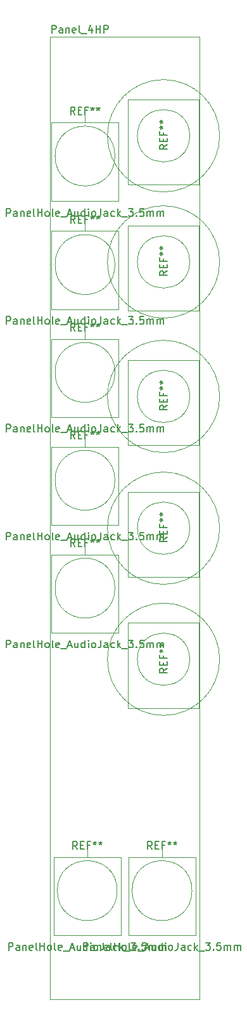
<source format=gbr>
%TF.GenerationSoftware,KiCad,Pcbnew,6.0.11+dfsg-1~bpo11+1*%
%TF.CreationDate,2023-11-22T17:10:03+08:00*%
%TF.ProjectId,MiniAttenuMix - Front,4d696e69-4174-4746-956e-754d6978202d,v0.2*%
%TF.SameCoordinates,Original*%
%TF.FileFunction,AssemblyDrawing,Top*%
%FSLAX46Y46*%
G04 Gerber Fmt 4.6, Leading zero omitted, Abs format (unit mm)*
G04 Created by KiCad (PCBNEW 6.0.11+dfsg-1~bpo11+1) date 2023-11-22 17:10:03*
%MOMM*%
%LPD*%
G01*
G04 APERTURE LIST*
%ADD10C,0.100000*%
%ADD11C,0.150000*%
%ADD12C,0.120000*%
G04 APERTURE END LIST*
D10*
X110000000Y-30000000D02*
X130000000Y-30000000D01*
X130000000Y-30000000D02*
X130000000Y-158500000D01*
X130000000Y-158500000D02*
X110000000Y-158500000D01*
X110000000Y-158500000D02*
X110000000Y-30000000D01*
D11*
%TO.C,REF\u002A\u002A*%
X113366666Y-69252380D02*
X113033333Y-68776190D01*
X112795238Y-69252380D02*
X112795238Y-68252380D01*
X113176190Y-68252380D01*
X113271428Y-68300000D01*
X113319047Y-68347619D01*
X113366666Y-68442857D01*
X113366666Y-68585714D01*
X113319047Y-68680952D01*
X113271428Y-68728571D01*
X113176190Y-68776190D01*
X112795238Y-68776190D01*
X113795238Y-68728571D02*
X114128571Y-68728571D01*
X114271428Y-69252380D02*
X113795238Y-69252380D01*
X113795238Y-68252380D01*
X114271428Y-68252380D01*
X115033333Y-68728571D02*
X114700000Y-68728571D01*
X114700000Y-69252380D02*
X114700000Y-68252380D01*
X115176190Y-68252380D01*
X115700000Y-68252380D02*
X115700000Y-68490476D01*
X115461904Y-68395238D02*
X115700000Y-68490476D01*
X115938095Y-68395238D01*
X115557142Y-68680952D02*
X115700000Y-68490476D01*
X115842857Y-68680952D01*
X116461904Y-68252380D02*
X116461904Y-68490476D01*
X116223809Y-68395238D02*
X116461904Y-68490476D01*
X116700000Y-68395238D01*
X116319047Y-68680952D02*
X116461904Y-68490476D01*
X116604761Y-68680952D01*
X104200000Y-82752380D02*
X104200000Y-81752380D01*
X104580952Y-81752380D01*
X104676190Y-81800000D01*
X104723809Y-81847619D01*
X104771428Y-81942857D01*
X104771428Y-82085714D01*
X104723809Y-82180952D01*
X104676190Y-82228571D01*
X104580952Y-82276190D01*
X104200000Y-82276190D01*
X105628571Y-82752380D02*
X105628571Y-82228571D01*
X105580952Y-82133333D01*
X105485714Y-82085714D01*
X105295238Y-82085714D01*
X105200000Y-82133333D01*
X105628571Y-82704761D02*
X105533333Y-82752380D01*
X105295238Y-82752380D01*
X105200000Y-82704761D01*
X105152380Y-82609523D01*
X105152380Y-82514285D01*
X105200000Y-82419047D01*
X105295238Y-82371428D01*
X105533333Y-82371428D01*
X105628571Y-82323809D01*
X106104761Y-82085714D02*
X106104761Y-82752380D01*
X106104761Y-82180952D02*
X106152380Y-82133333D01*
X106247619Y-82085714D01*
X106390476Y-82085714D01*
X106485714Y-82133333D01*
X106533333Y-82228571D01*
X106533333Y-82752380D01*
X107390476Y-82704761D02*
X107295238Y-82752380D01*
X107104761Y-82752380D01*
X107009523Y-82704761D01*
X106961904Y-82609523D01*
X106961904Y-82228571D01*
X107009523Y-82133333D01*
X107104761Y-82085714D01*
X107295238Y-82085714D01*
X107390476Y-82133333D01*
X107438095Y-82228571D01*
X107438095Y-82323809D01*
X106961904Y-82419047D01*
X108009523Y-82752380D02*
X107914285Y-82704761D01*
X107866666Y-82609523D01*
X107866666Y-81752380D01*
X108390476Y-82752380D02*
X108390476Y-81752380D01*
X108390476Y-82228571D02*
X108961904Y-82228571D01*
X108961904Y-82752380D02*
X108961904Y-81752380D01*
X109580952Y-82752380D02*
X109485714Y-82704761D01*
X109438095Y-82657142D01*
X109390476Y-82561904D01*
X109390476Y-82276190D01*
X109438095Y-82180952D01*
X109485714Y-82133333D01*
X109580952Y-82085714D01*
X109723809Y-82085714D01*
X109819047Y-82133333D01*
X109866666Y-82180952D01*
X109914285Y-82276190D01*
X109914285Y-82561904D01*
X109866666Y-82657142D01*
X109819047Y-82704761D01*
X109723809Y-82752380D01*
X109580952Y-82752380D01*
X110485714Y-82752380D02*
X110390476Y-82704761D01*
X110342857Y-82609523D01*
X110342857Y-81752380D01*
X111247619Y-82704761D02*
X111152380Y-82752380D01*
X110961904Y-82752380D01*
X110866666Y-82704761D01*
X110819047Y-82609523D01*
X110819047Y-82228571D01*
X110866666Y-82133333D01*
X110961904Y-82085714D01*
X111152380Y-82085714D01*
X111247619Y-82133333D01*
X111295238Y-82228571D01*
X111295238Y-82323809D01*
X110819047Y-82419047D01*
X111485714Y-82847619D02*
X112247619Y-82847619D01*
X112438095Y-82466666D02*
X112914285Y-82466666D01*
X112342857Y-82752380D02*
X112676190Y-81752380D01*
X113009523Y-82752380D01*
X113771428Y-82085714D02*
X113771428Y-82752380D01*
X113342857Y-82085714D02*
X113342857Y-82609523D01*
X113390476Y-82704761D01*
X113485714Y-82752380D01*
X113628571Y-82752380D01*
X113723809Y-82704761D01*
X113771428Y-82657142D01*
X114676190Y-82752380D02*
X114676190Y-81752380D01*
X114676190Y-82704761D02*
X114580952Y-82752380D01*
X114390476Y-82752380D01*
X114295238Y-82704761D01*
X114247619Y-82657142D01*
X114200000Y-82561904D01*
X114200000Y-82276190D01*
X114247619Y-82180952D01*
X114295238Y-82133333D01*
X114390476Y-82085714D01*
X114580952Y-82085714D01*
X114676190Y-82133333D01*
X115152380Y-82752380D02*
X115152380Y-82085714D01*
X115152380Y-81752380D02*
X115104761Y-81800000D01*
X115152380Y-81847619D01*
X115200000Y-81800000D01*
X115152380Y-81752380D01*
X115152380Y-81847619D01*
X115771428Y-82752380D02*
X115676190Y-82704761D01*
X115628571Y-82657142D01*
X115580952Y-82561904D01*
X115580952Y-82276190D01*
X115628571Y-82180952D01*
X115676190Y-82133333D01*
X115771428Y-82085714D01*
X115914285Y-82085714D01*
X116009523Y-82133333D01*
X116057142Y-82180952D01*
X116104761Y-82276190D01*
X116104761Y-82561904D01*
X116057142Y-82657142D01*
X116009523Y-82704761D01*
X115914285Y-82752380D01*
X115771428Y-82752380D01*
X116819047Y-81752380D02*
X116819047Y-82466666D01*
X116771428Y-82609523D01*
X116676190Y-82704761D01*
X116533333Y-82752380D01*
X116438095Y-82752380D01*
X117723809Y-82752380D02*
X117723809Y-82228571D01*
X117676190Y-82133333D01*
X117580952Y-82085714D01*
X117390476Y-82085714D01*
X117295238Y-82133333D01*
X117723809Y-82704761D02*
X117628571Y-82752380D01*
X117390476Y-82752380D01*
X117295238Y-82704761D01*
X117247619Y-82609523D01*
X117247619Y-82514285D01*
X117295238Y-82419047D01*
X117390476Y-82371428D01*
X117628571Y-82371428D01*
X117723809Y-82323809D01*
X118628571Y-82704761D02*
X118533333Y-82752380D01*
X118342857Y-82752380D01*
X118247619Y-82704761D01*
X118200000Y-82657142D01*
X118152380Y-82561904D01*
X118152380Y-82276190D01*
X118200000Y-82180952D01*
X118247619Y-82133333D01*
X118342857Y-82085714D01*
X118533333Y-82085714D01*
X118628571Y-82133333D01*
X119057142Y-82752380D02*
X119057142Y-81752380D01*
X119152380Y-82371428D02*
X119438095Y-82752380D01*
X119438095Y-82085714D02*
X119057142Y-82466666D01*
X119628571Y-82847619D02*
X120390476Y-82847619D01*
X120533333Y-81752380D02*
X121152380Y-81752380D01*
X120819047Y-82133333D01*
X120961904Y-82133333D01*
X121057142Y-82180952D01*
X121104761Y-82228571D01*
X121152380Y-82323809D01*
X121152380Y-82561904D01*
X121104761Y-82657142D01*
X121057142Y-82704761D01*
X120961904Y-82752380D01*
X120676190Y-82752380D01*
X120580952Y-82704761D01*
X120533333Y-82657142D01*
X121580952Y-82657142D02*
X121628571Y-82704761D01*
X121580952Y-82752380D01*
X121533333Y-82704761D01*
X121580952Y-82657142D01*
X121580952Y-82752380D01*
X122533333Y-81752380D02*
X122057142Y-81752380D01*
X122009523Y-82228571D01*
X122057142Y-82180952D01*
X122152380Y-82133333D01*
X122390476Y-82133333D01*
X122485714Y-82180952D01*
X122533333Y-82228571D01*
X122580952Y-82323809D01*
X122580952Y-82561904D01*
X122533333Y-82657142D01*
X122485714Y-82704761D01*
X122390476Y-82752380D01*
X122152380Y-82752380D01*
X122057142Y-82704761D01*
X122009523Y-82657142D01*
X123009523Y-82752380D02*
X123009523Y-82085714D01*
X123009523Y-82180952D02*
X123057142Y-82133333D01*
X123152380Y-82085714D01*
X123295238Y-82085714D01*
X123390476Y-82133333D01*
X123438095Y-82228571D01*
X123438095Y-82752380D01*
X123438095Y-82228571D02*
X123485714Y-82133333D01*
X123580952Y-82085714D01*
X123723809Y-82085714D01*
X123819047Y-82133333D01*
X123866666Y-82228571D01*
X123866666Y-82752380D01*
X124342857Y-82752380D02*
X124342857Y-82085714D01*
X124342857Y-82180952D02*
X124390476Y-82133333D01*
X124485714Y-82085714D01*
X124628571Y-82085714D01*
X124723809Y-82133333D01*
X124771428Y-82228571D01*
X124771428Y-82752380D01*
X124771428Y-82228571D02*
X124819047Y-82133333D01*
X124914285Y-82085714D01*
X125057142Y-82085714D01*
X125152380Y-82133333D01*
X125200000Y-82228571D01*
X125200000Y-82752380D01*
X113666666Y-138452380D02*
X113333333Y-137976190D01*
X113095238Y-138452380D02*
X113095238Y-137452380D01*
X113476190Y-137452380D01*
X113571428Y-137500000D01*
X113619047Y-137547619D01*
X113666666Y-137642857D01*
X113666666Y-137785714D01*
X113619047Y-137880952D01*
X113571428Y-137928571D01*
X113476190Y-137976190D01*
X113095238Y-137976190D01*
X114095238Y-137928571D02*
X114428571Y-137928571D01*
X114571428Y-138452380D02*
X114095238Y-138452380D01*
X114095238Y-137452380D01*
X114571428Y-137452380D01*
X115333333Y-137928571D02*
X115000000Y-137928571D01*
X115000000Y-138452380D02*
X115000000Y-137452380D01*
X115476190Y-137452380D01*
X116000000Y-137452380D02*
X116000000Y-137690476D01*
X115761904Y-137595238D02*
X116000000Y-137690476D01*
X116238095Y-137595238D01*
X115857142Y-137880952D02*
X116000000Y-137690476D01*
X116142857Y-137880952D01*
X116761904Y-137452380D02*
X116761904Y-137690476D01*
X116523809Y-137595238D02*
X116761904Y-137690476D01*
X117000000Y-137595238D01*
X116619047Y-137880952D02*
X116761904Y-137690476D01*
X116904761Y-137880952D01*
X104500000Y-151952380D02*
X104500000Y-150952380D01*
X104880952Y-150952380D01*
X104976190Y-151000000D01*
X105023809Y-151047619D01*
X105071428Y-151142857D01*
X105071428Y-151285714D01*
X105023809Y-151380952D01*
X104976190Y-151428571D01*
X104880952Y-151476190D01*
X104500000Y-151476190D01*
X105928571Y-151952380D02*
X105928571Y-151428571D01*
X105880952Y-151333333D01*
X105785714Y-151285714D01*
X105595238Y-151285714D01*
X105500000Y-151333333D01*
X105928571Y-151904761D02*
X105833333Y-151952380D01*
X105595238Y-151952380D01*
X105500000Y-151904761D01*
X105452380Y-151809523D01*
X105452380Y-151714285D01*
X105500000Y-151619047D01*
X105595238Y-151571428D01*
X105833333Y-151571428D01*
X105928571Y-151523809D01*
X106404761Y-151285714D02*
X106404761Y-151952380D01*
X106404761Y-151380952D02*
X106452380Y-151333333D01*
X106547619Y-151285714D01*
X106690476Y-151285714D01*
X106785714Y-151333333D01*
X106833333Y-151428571D01*
X106833333Y-151952380D01*
X107690476Y-151904761D02*
X107595238Y-151952380D01*
X107404761Y-151952380D01*
X107309523Y-151904761D01*
X107261904Y-151809523D01*
X107261904Y-151428571D01*
X107309523Y-151333333D01*
X107404761Y-151285714D01*
X107595238Y-151285714D01*
X107690476Y-151333333D01*
X107738095Y-151428571D01*
X107738095Y-151523809D01*
X107261904Y-151619047D01*
X108309523Y-151952380D02*
X108214285Y-151904761D01*
X108166666Y-151809523D01*
X108166666Y-150952380D01*
X108690476Y-151952380D02*
X108690476Y-150952380D01*
X108690476Y-151428571D02*
X109261904Y-151428571D01*
X109261904Y-151952380D02*
X109261904Y-150952380D01*
X109880952Y-151952380D02*
X109785714Y-151904761D01*
X109738095Y-151857142D01*
X109690476Y-151761904D01*
X109690476Y-151476190D01*
X109738095Y-151380952D01*
X109785714Y-151333333D01*
X109880952Y-151285714D01*
X110023809Y-151285714D01*
X110119047Y-151333333D01*
X110166666Y-151380952D01*
X110214285Y-151476190D01*
X110214285Y-151761904D01*
X110166666Y-151857142D01*
X110119047Y-151904761D01*
X110023809Y-151952380D01*
X109880952Y-151952380D01*
X110785714Y-151952380D02*
X110690476Y-151904761D01*
X110642857Y-151809523D01*
X110642857Y-150952380D01*
X111547619Y-151904761D02*
X111452380Y-151952380D01*
X111261904Y-151952380D01*
X111166666Y-151904761D01*
X111119047Y-151809523D01*
X111119047Y-151428571D01*
X111166666Y-151333333D01*
X111261904Y-151285714D01*
X111452380Y-151285714D01*
X111547619Y-151333333D01*
X111595238Y-151428571D01*
X111595238Y-151523809D01*
X111119047Y-151619047D01*
X111785714Y-152047619D02*
X112547619Y-152047619D01*
X112738095Y-151666666D02*
X113214285Y-151666666D01*
X112642857Y-151952380D02*
X112976190Y-150952380D01*
X113309523Y-151952380D01*
X114071428Y-151285714D02*
X114071428Y-151952380D01*
X113642857Y-151285714D02*
X113642857Y-151809523D01*
X113690476Y-151904761D01*
X113785714Y-151952380D01*
X113928571Y-151952380D01*
X114023809Y-151904761D01*
X114071428Y-151857142D01*
X114976190Y-151952380D02*
X114976190Y-150952380D01*
X114976190Y-151904761D02*
X114880952Y-151952380D01*
X114690476Y-151952380D01*
X114595238Y-151904761D01*
X114547619Y-151857142D01*
X114500000Y-151761904D01*
X114500000Y-151476190D01*
X114547619Y-151380952D01*
X114595238Y-151333333D01*
X114690476Y-151285714D01*
X114880952Y-151285714D01*
X114976190Y-151333333D01*
X115452380Y-151952380D02*
X115452380Y-151285714D01*
X115452380Y-150952380D02*
X115404761Y-151000000D01*
X115452380Y-151047619D01*
X115500000Y-151000000D01*
X115452380Y-150952380D01*
X115452380Y-151047619D01*
X116071428Y-151952380D02*
X115976190Y-151904761D01*
X115928571Y-151857142D01*
X115880952Y-151761904D01*
X115880952Y-151476190D01*
X115928571Y-151380952D01*
X115976190Y-151333333D01*
X116071428Y-151285714D01*
X116214285Y-151285714D01*
X116309523Y-151333333D01*
X116357142Y-151380952D01*
X116404761Y-151476190D01*
X116404761Y-151761904D01*
X116357142Y-151857142D01*
X116309523Y-151904761D01*
X116214285Y-151952380D01*
X116071428Y-151952380D01*
X117119047Y-150952380D02*
X117119047Y-151666666D01*
X117071428Y-151809523D01*
X116976190Y-151904761D01*
X116833333Y-151952380D01*
X116738095Y-151952380D01*
X118023809Y-151952380D02*
X118023809Y-151428571D01*
X117976190Y-151333333D01*
X117880952Y-151285714D01*
X117690476Y-151285714D01*
X117595238Y-151333333D01*
X118023809Y-151904761D02*
X117928571Y-151952380D01*
X117690476Y-151952380D01*
X117595238Y-151904761D01*
X117547619Y-151809523D01*
X117547619Y-151714285D01*
X117595238Y-151619047D01*
X117690476Y-151571428D01*
X117928571Y-151571428D01*
X118023809Y-151523809D01*
X118928571Y-151904761D02*
X118833333Y-151952380D01*
X118642857Y-151952380D01*
X118547619Y-151904761D01*
X118500000Y-151857142D01*
X118452380Y-151761904D01*
X118452380Y-151476190D01*
X118500000Y-151380952D01*
X118547619Y-151333333D01*
X118642857Y-151285714D01*
X118833333Y-151285714D01*
X118928571Y-151333333D01*
X119357142Y-151952380D02*
X119357142Y-150952380D01*
X119452380Y-151571428D02*
X119738095Y-151952380D01*
X119738095Y-151285714D02*
X119357142Y-151666666D01*
X119928571Y-152047619D02*
X120690476Y-152047619D01*
X120833333Y-150952380D02*
X121452380Y-150952380D01*
X121119047Y-151333333D01*
X121261904Y-151333333D01*
X121357142Y-151380952D01*
X121404761Y-151428571D01*
X121452380Y-151523809D01*
X121452380Y-151761904D01*
X121404761Y-151857142D01*
X121357142Y-151904761D01*
X121261904Y-151952380D01*
X120976190Y-151952380D01*
X120880952Y-151904761D01*
X120833333Y-151857142D01*
X121880952Y-151857142D02*
X121928571Y-151904761D01*
X121880952Y-151952380D01*
X121833333Y-151904761D01*
X121880952Y-151857142D01*
X121880952Y-151952380D01*
X122833333Y-150952380D02*
X122357142Y-150952380D01*
X122309523Y-151428571D01*
X122357142Y-151380952D01*
X122452380Y-151333333D01*
X122690476Y-151333333D01*
X122785714Y-151380952D01*
X122833333Y-151428571D01*
X122880952Y-151523809D01*
X122880952Y-151761904D01*
X122833333Y-151857142D01*
X122785714Y-151904761D01*
X122690476Y-151952380D01*
X122452380Y-151952380D01*
X122357142Y-151904761D01*
X122309523Y-151857142D01*
X123309523Y-151952380D02*
X123309523Y-151285714D01*
X123309523Y-151380952D02*
X123357142Y-151333333D01*
X123452380Y-151285714D01*
X123595238Y-151285714D01*
X123690476Y-151333333D01*
X123738095Y-151428571D01*
X123738095Y-151952380D01*
X123738095Y-151428571D02*
X123785714Y-151333333D01*
X123880952Y-151285714D01*
X124023809Y-151285714D01*
X124119047Y-151333333D01*
X124166666Y-151428571D01*
X124166666Y-151952380D01*
X124642857Y-151952380D02*
X124642857Y-151285714D01*
X124642857Y-151380952D02*
X124690476Y-151333333D01*
X124785714Y-151285714D01*
X124928571Y-151285714D01*
X125023809Y-151333333D01*
X125071428Y-151428571D01*
X125071428Y-151952380D01*
X125071428Y-151428571D02*
X125119047Y-151333333D01*
X125214285Y-151285714D01*
X125357142Y-151285714D01*
X125452380Y-151333333D01*
X125500000Y-151428571D01*
X125500000Y-151952380D01*
X125692380Y-114313333D02*
X125216190Y-114646666D01*
X125692380Y-114884761D02*
X124692380Y-114884761D01*
X124692380Y-114503809D01*
X124740000Y-114408571D01*
X124787619Y-114360952D01*
X124882857Y-114313333D01*
X125025714Y-114313333D01*
X125120952Y-114360952D01*
X125168571Y-114408571D01*
X125216190Y-114503809D01*
X125216190Y-114884761D01*
X125168571Y-113884761D02*
X125168571Y-113551428D01*
X125692380Y-113408571D02*
X125692380Y-113884761D01*
X124692380Y-113884761D01*
X124692380Y-113408571D01*
X125168571Y-112646666D02*
X125168571Y-112980000D01*
X125692380Y-112980000D02*
X124692380Y-112980000D01*
X124692380Y-112503809D01*
X124692380Y-111980000D02*
X124930476Y-111980000D01*
X124835238Y-112218095D02*
X124930476Y-111980000D01*
X124835238Y-111741904D01*
X125120952Y-112122857D02*
X124930476Y-111980000D01*
X125120952Y-111837142D01*
X124692380Y-111218095D02*
X124930476Y-111218095D01*
X124835238Y-111456190D02*
X124930476Y-111218095D01*
X124835238Y-110980000D01*
X125120952Y-111360952D02*
X124930476Y-111218095D01*
X125120952Y-111075238D01*
X125692380Y-61255833D02*
X125216190Y-61589166D01*
X125692380Y-61827261D02*
X124692380Y-61827261D01*
X124692380Y-61446309D01*
X124740000Y-61351071D01*
X124787619Y-61303452D01*
X124882857Y-61255833D01*
X125025714Y-61255833D01*
X125120952Y-61303452D01*
X125168571Y-61351071D01*
X125216190Y-61446309D01*
X125216190Y-61827261D01*
X125168571Y-60827261D02*
X125168571Y-60493928D01*
X125692380Y-60351071D02*
X125692380Y-60827261D01*
X124692380Y-60827261D01*
X124692380Y-60351071D01*
X125168571Y-59589166D02*
X125168571Y-59922500D01*
X125692380Y-59922500D02*
X124692380Y-59922500D01*
X124692380Y-59446309D01*
X124692380Y-58922500D02*
X124930476Y-58922500D01*
X124835238Y-59160595D02*
X124930476Y-58922500D01*
X124835238Y-58684404D01*
X125120952Y-59065357D02*
X124930476Y-58922500D01*
X125120952Y-58779642D01*
X124692380Y-58160595D02*
X124930476Y-58160595D01*
X124835238Y-58398690D02*
X124930476Y-58160595D01*
X124835238Y-57922500D01*
X125120952Y-58303452D02*
X124930476Y-58160595D01*
X125120952Y-58017738D01*
X113366666Y-40352380D02*
X113033333Y-39876190D01*
X112795238Y-40352380D02*
X112795238Y-39352380D01*
X113176190Y-39352380D01*
X113271428Y-39400000D01*
X113319047Y-39447619D01*
X113366666Y-39542857D01*
X113366666Y-39685714D01*
X113319047Y-39780952D01*
X113271428Y-39828571D01*
X113176190Y-39876190D01*
X112795238Y-39876190D01*
X113795238Y-39828571D02*
X114128571Y-39828571D01*
X114271428Y-40352380D02*
X113795238Y-40352380D01*
X113795238Y-39352380D01*
X114271428Y-39352380D01*
X115033333Y-39828571D02*
X114700000Y-39828571D01*
X114700000Y-40352380D02*
X114700000Y-39352380D01*
X115176190Y-39352380D01*
X115700000Y-39352380D02*
X115700000Y-39590476D01*
X115461904Y-39495238D02*
X115700000Y-39590476D01*
X115938095Y-39495238D01*
X115557142Y-39780952D02*
X115700000Y-39590476D01*
X115842857Y-39780952D01*
X116461904Y-39352380D02*
X116461904Y-39590476D01*
X116223809Y-39495238D02*
X116461904Y-39590476D01*
X116700000Y-39495238D01*
X116319047Y-39780952D02*
X116461904Y-39590476D01*
X116604761Y-39780952D01*
X104200000Y-53952380D02*
X104200000Y-52952380D01*
X104580952Y-52952380D01*
X104676190Y-53000000D01*
X104723809Y-53047619D01*
X104771428Y-53142857D01*
X104771428Y-53285714D01*
X104723809Y-53380952D01*
X104676190Y-53428571D01*
X104580952Y-53476190D01*
X104200000Y-53476190D01*
X105628571Y-53952380D02*
X105628571Y-53428571D01*
X105580952Y-53333333D01*
X105485714Y-53285714D01*
X105295238Y-53285714D01*
X105200000Y-53333333D01*
X105628571Y-53904761D02*
X105533333Y-53952380D01*
X105295238Y-53952380D01*
X105200000Y-53904761D01*
X105152380Y-53809523D01*
X105152380Y-53714285D01*
X105200000Y-53619047D01*
X105295238Y-53571428D01*
X105533333Y-53571428D01*
X105628571Y-53523809D01*
X106104761Y-53285714D02*
X106104761Y-53952380D01*
X106104761Y-53380952D02*
X106152380Y-53333333D01*
X106247619Y-53285714D01*
X106390476Y-53285714D01*
X106485714Y-53333333D01*
X106533333Y-53428571D01*
X106533333Y-53952380D01*
X107390476Y-53904761D02*
X107295238Y-53952380D01*
X107104761Y-53952380D01*
X107009523Y-53904761D01*
X106961904Y-53809523D01*
X106961904Y-53428571D01*
X107009523Y-53333333D01*
X107104761Y-53285714D01*
X107295238Y-53285714D01*
X107390476Y-53333333D01*
X107438095Y-53428571D01*
X107438095Y-53523809D01*
X106961904Y-53619047D01*
X108009523Y-53952380D02*
X107914285Y-53904761D01*
X107866666Y-53809523D01*
X107866666Y-52952380D01*
X108390476Y-53952380D02*
X108390476Y-52952380D01*
X108390476Y-53428571D02*
X108961904Y-53428571D01*
X108961904Y-53952380D02*
X108961904Y-52952380D01*
X109580952Y-53952380D02*
X109485714Y-53904761D01*
X109438095Y-53857142D01*
X109390476Y-53761904D01*
X109390476Y-53476190D01*
X109438095Y-53380952D01*
X109485714Y-53333333D01*
X109580952Y-53285714D01*
X109723809Y-53285714D01*
X109819047Y-53333333D01*
X109866666Y-53380952D01*
X109914285Y-53476190D01*
X109914285Y-53761904D01*
X109866666Y-53857142D01*
X109819047Y-53904761D01*
X109723809Y-53952380D01*
X109580952Y-53952380D01*
X110485714Y-53952380D02*
X110390476Y-53904761D01*
X110342857Y-53809523D01*
X110342857Y-52952380D01*
X111247619Y-53904761D02*
X111152380Y-53952380D01*
X110961904Y-53952380D01*
X110866666Y-53904761D01*
X110819047Y-53809523D01*
X110819047Y-53428571D01*
X110866666Y-53333333D01*
X110961904Y-53285714D01*
X111152380Y-53285714D01*
X111247619Y-53333333D01*
X111295238Y-53428571D01*
X111295238Y-53523809D01*
X110819047Y-53619047D01*
X111485714Y-54047619D02*
X112247619Y-54047619D01*
X112438095Y-53666666D02*
X112914285Y-53666666D01*
X112342857Y-53952380D02*
X112676190Y-52952380D01*
X113009523Y-53952380D01*
X113771428Y-53285714D02*
X113771428Y-53952380D01*
X113342857Y-53285714D02*
X113342857Y-53809523D01*
X113390476Y-53904761D01*
X113485714Y-53952380D01*
X113628571Y-53952380D01*
X113723809Y-53904761D01*
X113771428Y-53857142D01*
X114676190Y-53952380D02*
X114676190Y-52952380D01*
X114676190Y-53904761D02*
X114580952Y-53952380D01*
X114390476Y-53952380D01*
X114295238Y-53904761D01*
X114247619Y-53857142D01*
X114200000Y-53761904D01*
X114200000Y-53476190D01*
X114247619Y-53380952D01*
X114295238Y-53333333D01*
X114390476Y-53285714D01*
X114580952Y-53285714D01*
X114676190Y-53333333D01*
X115152380Y-53952380D02*
X115152380Y-53285714D01*
X115152380Y-52952380D02*
X115104761Y-53000000D01*
X115152380Y-53047619D01*
X115200000Y-53000000D01*
X115152380Y-52952380D01*
X115152380Y-53047619D01*
X115771428Y-53952380D02*
X115676190Y-53904761D01*
X115628571Y-53857142D01*
X115580952Y-53761904D01*
X115580952Y-53476190D01*
X115628571Y-53380952D01*
X115676190Y-53333333D01*
X115771428Y-53285714D01*
X115914285Y-53285714D01*
X116009523Y-53333333D01*
X116057142Y-53380952D01*
X116104761Y-53476190D01*
X116104761Y-53761904D01*
X116057142Y-53857142D01*
X116009523Y-53904761D01*
X115914285Y-53952380D01*
X115771428Y-53952380D01*
X116819047Y-52952380D02*
X116819047Y-53666666D01*
X116771428Y-53809523D01*
X116676190Y-53904761D01*
X116533333Y-53952380D01*
X116438095Y-53952380D01*
X117723809Y-53952380D02*
X117723809Y-53428571D01*
X117676190Y-53333333D01*
X117580952Y-53285714D01*
X117390476Y-53285714D01*
X117295238Y-53333333D01*
X117723809Y-53904761D02*
X117628571Y-53952380D01*
X117390476Y-53952380D01*
X117295238Y-53904761D01*
X117247619Y-53809523D01*
X117247619Y-53714285D01*
X117295238Y-53619047D01*
X117390476Y-53571428D01*
X117628571Y-53571428D01*
X117723809Y-53523809D01*
X118628571Y-53904761D02*
X118533333Y-53952380D01*
X118342857Y-53952380D01*
X118247619Y-53904761D01*
X118200000Y-53857142D01*
X118152380Y-53761904D01*
X118152380Y-53476190D01*
X118200000Y-53380952D01*
X118247619Y-53333333D01*
X118342857Y-53285714D01*
X118533333Y-53285714D01*
X118628571Y-53333333D01*
X119057142Y-53952380D02*
X119057142Y-52952380D01*
X119152380Y-53571428D02*
X119438095Y-53952380D01*
X119438095Y-53285714D02*
X119057142Y-53666666D01*
X119628571Y-54047619D02*
X120390476Y-54047619D01*
X120533333Y-52952380D02*
X121152380Y-52952380D01*
X120819047Y-53333333D01*
X120961904Y-53333333D01*
X121057142Y-53380952D01*
X121104761Y-53428571D01*
X121152380Y-53523809D01*
X121152380Y-53761904D01*
X121104761Y-53857142D01*
X121057142Y-53904761D01*
X120961904Y-53952380D01*
X120676190Y-53952380D01*
X120580952Y-53904761D01*
X120533333Y-53857142D01*
X121580952Y-53857142D02*
X121628571Y-53904761D01*
X121580952Y-53952380D01*
X121533333Y-53904761D01*
X121580952Y-53857142D01*
X121580952Y-53952380D01*
X122533333Y-52952380D02*
X122057142Y-52952380D01*
X122009523Y-53428571D01*
X122057142Y-53380952D01*
X122152380Y-53333333D01*
X122390476Y-53333333D01*
X122485714Y-53380952D01*
X122533333Y-53428571D01*
X122580952Y-53523809D01*
X122580952Y-53761904D01*
X122533333Y-53857142D01*
X122485714Y-53904761D01*
X122390476Y-53952380D01*
X122152380Y-53952380D01*
X122057142Y-53904761D01*
X122009523Y-53857142D01*
X123009523Y-53952380D02*
X123009523Y-53285714D01*
X123009523Y-53380952D02*
X123057142Y-53333333D01*
X123152380Y-53285714D01*
X123295238Y-53285714D01*
X123390476Y-53333333D01*
X123438095Y-53428571D01*
X123438095Y-53952380D01*
X123438095Y-53428571D02*
X123485714Y-53333333D01*
X123580952Y-53285714D01*
X123723809Y-53285714D01*
X123819047Y-53333333D01*
X123866666Y-53428571D01*
X123866666Y-53952380D01*
X124342857Y-53952380D02*
X124342857Y-53285714D01*
X124342857Y-53380952D02*
X124390476Y-53333333D01*
X124485714Y-53285714D01*
X124628571Y-53285714D01*
X124723809Y-53333333D01*
X124771428Y-53428571D01*
X124771428Y-53952380D01*
X124771428Y-53428571D02*
X124819047Y-53333333D01*
X124914285Y-53285714D01*
X125057142Y-53285714D01*
X125152380Y-53333333D01*
X125200000Y-53428571D01*
X125200000Y-53952380D01*
X125692380Y-96813333D02*
X125216190Y-97146666D01*
X125692380Y-97384761D02*
X124692380Y-97384761D01*
X124692380Y-97003809D01*
X124740000Y-96908571D01*
X124787619Y-96860952D01*
X124882857Y-96813333D01*
X125025714Y-96813333D01*
X125120952Y-96860952D01*
X125168571Y-96908571D01*
X125216190Y-97003809D01*
X125216190Y-97384761D01*
X125168571Y-96384761D02*
X125168571Y-96051428D01*
X125692380Y-95908571D02*
X125692380Y-96384761D01*
X124692380Y-96384761D01*
X124692380Y-95908571D01*
X125168571Y-95146666D02*
X125168571Y-95480000D01*
X125692380Y-95480000D02*
X124692380Y-95480000D01*
X124692380Y-95003809D01*
X124692380Y-94480000D02*
X124930476Y-94480000D01*
X124835238Y-94718095D02*
X124930476Y-94480000D01*
X124835238Y-94241904D01*
X125120952Y-94622857D02*
X124930476Y-94480000D01*
X125120952Y-94337142D01*
X124692380Y-93718095D02*
X124930476Y-93718095D01*
X124835238Y-93956190D02*
X124930476Y-93718095D01*
X124835238Y-93480000D01*
X125120952Y-93860952D02*
X124930476Y-93718095D01*
X125120952Y-93575238D01*
X110261904Y-29452380D02*
X110261904Y-28452380D01*
X110642857Y-28452380D01*
X110738095Y-28500000D01*
X110785714Y-28547619D01*
X110833333Y-28642857D01*
X110833333Y-28785714D01*
X110785714Y-28880952D01*
X110738095Y-28928571D01*
X110642857Y-28976190D01*
X110261904Y-28976190D01*
X111690476Y-29452380D02*
X111690476Y-28928571D01*
X111642857Y-28833333D01*
X111547619Y-28785714D01*
X111357142Y-28785714D01*
X111261904Y-28833333D01*
X111690476Y-29404761D02*
X111595238Y-29452380D01*
X111357142Y-29452380D01*
X111261904Y-29404761D01*
X111214285Y-29309523D01*
X111214285Y-29214285D01*
X111261904Y-29119047D01*
X111357142Y-29071428D01*
X111595238Y-29071428D01*
X111690476Y-29023809D01*
X112166666Y-28785714D02*
X112166666Y-29452380D01*
X112166666Y-28880952D02*
X112214285Y-28833333D01*
X112309523Y-28785714D01*
X112452380Y-28785714D01*
X112547619Y-28833333D01*
X112595238Y-28928571D01*
X112595238Y-29452380D01*
X113452380Y-29404761D02*
X113357142Y-29452380D01*
X113166666Y-29452380D01*
X113071428Y-29404761D01*
X113023809Y-29309523D01*
X113023809Y-28928571D01*
X113071428Y-28833333D01*
X113166666Y-28785714D01*
X113357142Y-28785714D01*
X113452380Y-28833333D01*
X113500000Y-28928571D01*
X113500000Y-29023809D01*
X113023809Y-29119047D01*
X114071428Y-29452380D02*
X113976190Y-29404761D01*
X113928571Y-29309523D01*
X113928571Y-28452380D01*
X114214285Y-29547619D02*
X114976190Y-29547619D01*
X115642857Y-28785714D02*
X115642857Y-29452380D01*
X115404761Y-28404761D02*
X115166666Y-29119047D01*
X115785714Y-29119047D01*
X116166666Y-29452380D02*
X116166666Y-28452380D01*
X116166666Y-28928571D02*
X116738095Y-28928571D01*
X116738095Y-29452380D02*
X116738095Y-28452380D01*
X117214285Y-29452380D02*
X117214285Y-28452380D01*
X117595238Y-28452380D01*
X117690476Y-28500000D01*
X117738095Y-28547619D01*
X117785714Y-28642857D01*
X117785714Y-28785714D01*
X117738095Y-28880952D01*
X117690476Y-28928571D01*
X117595238Y-28976190D01*
X117214285Y-28976190D01*
X113366666Y-54852380D02*
X113033333Y-54376190D01*
X112795238Y-54852380D02*
X112795238Y-53852380D01*
X113176190Y-53852380D01*
X113271428Y-53900000D01*
X113319047Y-53947619D01*
X113366666Y-54042857D01*
X113366666Y-54185714D01*
X113319047Y-54280952D01*
X113271428Y-54328571D01*
X113176190Y-54376190D01*
X112795238Y-54376190D01*
X113795238Y-54328571D02*
X114128571Y-54328571D01*
X114271428Y-54852380D02*
X113795238Y-54852380D01*
X113795238Y-53852380D01*
X114271428Y-53852380D01*
X115033333Y-54328571D02*
X114700000Y-54328571D01*
X114700000Y-54852380D02*
X114700000Y-53852380D01*
X115176190Y-53852380D01*
X115700000Y-53852380D02*
X115700000Y-54090476D01*
X115461904Y-53995238D02*
X115700000Y-54090476D01*
X115938095Y-53995238D01*
X115557142Y-54280952D02*
X115700000Y-54090476D01*
X115842857Y-54280952D01*
X116461904Y-53852380D02*
X116461904Y-54090476D01*
X116223809Y-53995238D02*
X116461904Y-54090476D01*
X116700000Y-53995238D01*
X116319047Y-54280952D02*
X116461904Y-54090476D01*
X116604761Y-54280952D01*
X104200000Y-68352380D02*
X104200000Y-67352380D01*
X104580952Y-67352380D01*
X104676190Y-67400000D01*
X104723809Y-67447619D01*
X104771428Y-67542857D01*
X104771428Y-67685714D01*
X104723809Y-67780952D01*
X104676190Y-67828571D01*
X104580952Y-67876190D01*
X104200000Y-67876190D01*
X105628571Y-68352380D02*
X105628571Y-67828571D01*
X105580952Y-67733333D01*
X105485714Y-67685714D01*
X105295238Y-67685714D01*
X105200000Y-67733333D01*
X105628571Y-68304761D02*
X105533333Y-68352380D01*
X105295238Y-68352380D01*
X105200000Y-68304761D01*
X105152380Y-68209523D01*
X105152380Y-68114285D01*
X105200000Y-68019047D01*
X105295238Y-67971428D01*
X105533333Y-67971428D01*
X105628571Y-67923809D01*
X106104761Y-67685714D02*
X106104761Y-68352380D01*
X106104761Y-67780952D02*
X106152380Y-67733333D01*
X106247619Y-67685714D01*
X106390476Y-67685714D01*
X106485714Y-67733333D01*
X106533333Y-67828571D01*
X106533333Y-68352380D01*
X107390476Y-68304761D02*
X107295238Y-68352380D01*
X107104761Y-68352380D01*
X107009523Y-68304761D01*
X106961904Y-68209523D01*
X106961904Y-67828571D01*
X107009523Y-67733333D01*
X107104761Y-67685714D01*
X107295238Y-67685714D01*
X107390476Y-67733333D01*
X107438095Y-67828571D01*
X107438095Y-67923809D01*
X106961904Y-68019047D01*
X108009523Y-68352380D02*
X107914285Y-68304761D01*
X107866666Y-68209523D01*
X107866666Y-67352380D01*
X108390476Y-68352380D02*
X108390476Y-67352380D01*
X108390476Y-67828571D02*
X108961904Y-67828571D01*
X108961904Y-68352380D02*
X108961904Y-67352380D01*
X109580952Y-68352380D02*
X109485714Y-68304761D01*
X109438095Y-68257142D01*
X109390476Y-68161904D01*
X109390476Y-67876190D01*
X109438095Y-67780952D01*
X109485714Y-67733333D01*
X109580952Y-67685714D01*
X109723809Y-67685714D01*
X109819047Y-67733333D01*
X109866666Y-67780952D01*
X109914285Y-67876190D01*
X109914285Y-68161904D01*
X109866666Y-68257142D01*
X109819047Y-68304761D01*
X109723809Y-68352380D01*
X109580952Y-68352380D01*
X110485714Y-68352380D02*
X110390476Y-68304761D01*
X110342857Y-68209523D01*
X110342857Y-67352380D01*
X111247619Y-68304761D02*
X111152380Y-68352380D01*
X110961904Y-68352380D01*
X110866666Y-68304761D01*
X110819047Y-68209523D01*
X110819047Y-67828571D01*
X110866666Y-67733333D01*
X110961904Y-67685714D01*
X111152380Y-67685714D01*
X111247619Y-67733333D01*
X111295238Y-67828571D01*
X111295238Y-67923809D01*
X110819047Y-68019047D01*
X111485714Y-68447619D02*
X112247619Y-68447619D01*
X112438095Y-68066666D02*
X112914285Y-68066666D01*
X112342857Y-68352380D02*
X112676190Y-67352380D01*
X113009523Y-68352380D01*
X113771428Y-67685714D02*
X113771428Y-68352380D01*
X113342857Y-67685714D02*
X113342857Y-68209523D01*
X113390476Y-68304761D01*
X113485714Y-68352380D01*
X113628571Y-68352380D01*
X113723809Y-68304761D01*
X113771428Y-68257142D01*
X114676190Y-68352380D02*
X114676190Y-67352380D01*
X114676190Y-68304761D02*
X114580952Y-68352380D01*
X114390476Y-68352380D01*
X114295238Y-68304761D01*
X114247619Y-68257142D01*
X114200000Y-68161904D01*
X114200000Y-67876190D01*
X114247619Y-67780952D01*
X114295238Y-67733333D01*
X114390476Y-67685714D01*
X114580952Y-67685714D01*
X114676190Y-67733333D01*
X115152380Y-68352380D02*
X115152380Y-67685714D01*
X115152380Y-67352380D02*
X115104761Y-67400000D01*
X115152380Y-67447619D01*
X115200000Y-67400000D01*
X115152380Y-67352380D01*
X115152380Y-67447619D01*
X115771428Y-68352380D02*
X115676190Y-68304761D01*
X115628571Y-68257142D01*
X115580952Y-68161904D01*
X115580952Y-67876190D01*
X115628571Y-67780952D01*
X115676190Y-67733333D01*
X115771428Y-67685714D01*
X115914285Y-67685714D01*
X116009523Y-67733333D01*
X116057142Y-67780952D01*
X116104761Y-67876190D01*
X116104761Y-68161904D01*
X116057142Y-68257142D01*
X116009523Y-68304761D01*
X115914285Y-68352380D01*
X115771428Y-68352380D01*
X116819047Y-67352380D02*
X116819047Y-68066666D01*
X116771428Y-68209523D01*
X116676190Y-68304761D01*
X116533333Y-68352380D01*
X116438095Y-68352380D01*
X117723809Y-68352380D02*
X117723809Y-67828571D01*
X117676190Y-67733333D01*
X117580952Y-67685714D01*
X117390476Y-67685714D01*
X117295238Y-67733333D01*
X117723809Y-68304761D02*
X117628571Y-68352380D01*
X117390476Y-68352380D01*
X117295238Y-68304761D01*
X117247619Y-68209523D01*
X117247619Y-68114285D01*
X117295238Y-68019047D01*
X117390476Y-67971428D01*
X117628571Y-67971428D01*
X117723809Y-67923809D01*
X118628571Y-68304761D02*
X118533333Y-68352380D01*
X118342857Y-68352380D01*
X118247619Y-68304761D01*
X118200000Y-68257142D01*
X118152380Y-68161904D01*
X118152380Y-67876190D01*
X118200000Y-67780952D01*
X118247619Y-67733333D01*
X118342857Y-67685714D01*
X118533333Y-67685714D01*
X118628571Y-67733333D01*
X119057142Y-68352380D02*
X119057142Y-67352380D01*
X119152380Y-67971428D02*
X119438095Y-68352380D01*
X119438095Y-67685714D02*
X119057142Y-68066666D01*
X119628571Y-68447619D02*
X120390476Y-68447619D01*
X120533333Y-67352380D02*
X121152380Y-67352380D01*
X120819047Y-67733333D01*
X120961904Y-67733333D01*
X121057142Y-67780952D01*
X121104761Y-67828571D01*
X121152380Y-67923809D01*
X121152380Y-68161904D01*
X121104761Y-68257142D01*
X121057142Y-68304761D01*
X120961904Y-68352380D01*
X120676190Y-68352380D01*
X120580952Y-68304761D01*
X120533333Y-68257142D01*
X121580952Y-68257142D02*
X121628571Y-68304761D01*
X121580952Y-68352380D01*
X121533333Y-68304761D01*
X121580952Y-68257142D01*
X121580952Y-68352380D01*
X122533333Y-67352380D02*
X122057142Y-67352380D01*
X122009523Y-67828571D01*
X122057142Y-67780952D01*
X122152380Y-67733333D01*
X122390476Y-67733333D01*
X122485714Y-67780952D01*
X122533333Y-67828571D01*
X122580952Y-67923809D01*
X122580952Y-68161904D01*
X122533333Y-68257142D01*
X122485714Y-68304761D01*
X122390476Y-68352380D01*
X122152380Y-68352380D01*
X122057142Y-68304761D01*
X122009523Y-68257142D01*
X123009523Y-68352380D02*
X123009523Y-67685714D01*
X123009523Y-67780952D02*
X123057142Y-67733333D01*
X123152380Y-67685714D01*
X123295238Y-67685714D01*
X123390476Y-67733333D01*
X123438095Y-67828571D01*
X123438095Y-68352380D01*
X123438095Y-67828571D02*
X123485714Y-67733333D01*
X123580952Y-67685714D01*
X123723809Y-67685714D01*
X123819047Y-67733333D01*
X123866666Y-67828571D01*
X123866666Y-68352380D01*
X124342857Y-68352380D02*
X124342857Y-67685714D01*
X124342857Y-67780952D02*
X124390476Y-67733333D01*
X124485714Y-67685714D01*
X124628571Y-67685714D01*
X124723809Y-67733333D01*
X124771428Y-67828571D01*
X124771428Y-68352380D01*
X124771428Y-67828571D02*
X124819047Y-67733333D01*
X124914285Y-67685714D01*
X125057142Y-67685714D01*
X125152380Y-67733333D01*
X125200000Y-67828571D01*
X125200000Y-68352380D01*
X123666666Y-138452380D02*
X123333333Y-137976190D01*
X123095238Y-138452380D02*
X123095238Y-137452380D01*
X123476190Y-137452380D01*
X123571428Y-137500000D01*
X123619047Y-137547619D01*
X123666666Y-137642857D01*
X123666666Y-137785714D01*
X123619047Y-137880952D01*
X123571428Y-137928571D01*
X123476190Y-137976190D01*
X123095238Y-137976190D01*
X124095238Y-137928571D02*
X124428571Y-137928571D01*
X124571428Y-138452380D02*
X124095238Y-138452380D01*
X124095238Y-137452380D01*
X124571428Y-137452380D01*
X125333333Y-137928571D02*
X125000000Y-137928571D01*
X125000000Y-138452380D02*
X125000000Y-137452380D01*
X125476190Y-137452380D01*
X126000000Y-137452380D02*
X126000000Y-137690476D01*
X125761904Y-137595238D02*
X126000000Y-137690476D01*
X126238095Y-137595238D01*
X125857142Y-137880952D02*
X126000000Y-137690476D01*
X126142857Y-137880952D01*
X126761904Y-137452380D02*
X126761904Y-137690476D01*
X126523809Y-137595238D02*
X126761904Y-137690476D01*
X127000000Y-137595238D01*
X126619047Y-137880952D02*
X126761904Y-137690476D01*
X126904761Y-137880952D01*
X114500000Y-151952380D02*
X114500000Y-150952380D01*
X114880952Y-150952380D01*
X114976190Y-151000000D01*
X115023809Y-151047619D01*
X115071428Y-151142857D01*
X115071428Y-151285714D01*
X115023809Y-151380952D01*
X114976190Y-151428571D01*
X114880952Y-151476190D01*
X114500000Y-151476190D01*
X115928571Y-151952380D02*
X115928571Y-151428571D01*
X115880952Y-151333333D01*
X115785714Y-151285714D01*
X115595238Y-151285714D01*
X115500000Y-151333333D01*
X115928571Y-151904761D02*
X115833333Y-151952380D01*
X115595238Y-151952380D01*
X115500000Y-151904761D01*
X115452380Y-151809523D01*
X115452380Y-151714285D01*
X115500000Y-151619047D01*
X115595238Y-151571428D01*
X115833333Y-151571428D01*
X115928571Y-151523809D01*
X116404761Y-151285714D02*
X116404761Y-151952380D01*
X116404761Y-151380952D02*
X116452380Y-151333333D01*
X116547619Y-151285714D01*
X116690476Y-151285714D01*
X116785714Y-151333333D01*
X116833333Y-151428571D01*
X116833333Y-151952380D01*
X117690476Y-151904761D02*
X117595238Y-151952380D01*
X117404761Y-151952380D01*
X117309523Y-151904761D01*
X117261904Y-151809523D01*
X117261904Y-151428571D01*
X117309523Y-151333333D01*
X117404761Y-151285714D01*
X117595238Y-151285714D01*
X117690476Y-151333333D01*
X117738095Y-151428571D01*
X117738095Y-151523809D01*
X117261904Y-151619047D01*
X118309523Y-151952380D02*
X118214285Y-151904761D01*
X118166666Y-151809523D01*
X118166666Y-150952380D01*
X118690476Y-151952380D02*
X118690476Y-150952380D01*
X118690476Y-151428571D02*
X119261904Y-151428571D01*
X119261904Y-151952380D02*
X119261904Y-150952380D01*
X119880952Y-151952380D02*
X119785714Y-151904761D01*
X119738095Y-151857142D01*
X119690476Y-151761904D01*
X119690476Y-151476190D01*
X119738095Y-151380952D01*
X119785714Y-151333333D01*
X119880952Y-151285714D01*
X120023809Y-151285714D01*
X120119047Y-151333333D01*
X120166666Y-151380952D01*
X120214285Y-151476190D01*
X120214285Y-151761904D01*
X120166666Y-151857142D01*
X120119047Y-151904761D01*
X120023809Y-151952380D01*
X119880952Y-151952380D01*
X120785714Y-151952380D02*
X120690476Y-151904761D01*
X120642857Y-151809523D01*
X120642857Y-150952380D01*
X121547619Y-151904761D02*
X121452380Y-151952380D01*
X121261904Y-151952380D01*
X121166666Y-151904761D01*
X121119047Y-151809523D01*
X121119047Y-151428571D01*
X121166666Y-151333333D01*
X121261904Y-151285714D01*
X121452380Y-151285714D01*
X121547619Y-151333333D01*
X121595238Y-151428571D01*
X121595238Y-151523809D01*
X121119047Y-151619047D01*
X121785714Y-152047619D02*
X122547619Y-152047619D01*
X122738095Y-151666666D02*
X123214285Y-151666666D01*
X122642857Y-151952380D02*
X122976190Y-150952380D01*
X123309523Y-151952380D01*
X124071428Y-151285714D02*
X124071428Y-151952380D01*
X123642857Y-151285714D02*
X123642857Y-151809523D01*
X123690476Y-151904761D01*
X123785714Y-151952380D01*
X123928571Y-151952380D01*
X124023809Y-151904761D01*
X124071428Y-151857142D01*
X124976190Y-151952380D02*
X124976190Y-150952380D01*
X124976190Y-151904761D02*
X124880952Y-151952380D01*
X124690476Y-151952380D01*
X124595238Y-151904761D01*
X124547619Y-151857142D01*
X124500000Y-151761904D01*
X124500000Y-151476190D01*
X124547619Y-151380952D01*
X124595238Y-151333333D01*
X124690476Y-151285714D01*
X124880952Y-151285714D01*
X124976190Y-151333333D01*
X125452380Y-151952380D02*
X125452380Y-151285714D01*
X125452380Y-150952380D02*
X125404761Y-151000000D01*
X125452380Y-151047619D01*
X125500000Y-151000000D01*
X125452380Y-150952380D01*
X125452380Y-151047619D01*
X126071428Y-151952380D02*
X125976190Y-151904761D01*
X125928571Y-151857142D01*
X125880952Y-151761904D01*
X125880952Y-151476190D01*
X125928571Y-151380952D01*
X125976190Y-151333333D01*
X126071428Y-151285714D01*
X126214285Y-151285714D01*
X126309523Y-151333333D01*
X126357142Y-151380952D01*
X126404761Y-151476190D01*
X126404761Y-151761904D01*
X126357142Y-151857142D01*
X126309523Y-151904761D01*
X126214285Y-151952380D01*
X126071428Y-151952380D01*
X127119047Y-150952380D02*
X127119047Y-151666666D01*
X127071428Y-151809523D01*
X126976190Y-151904761D01*
X126833333Y-151952380D01*
X126738095Y-151952380D01*
X128023809Y-151952380D02*
X128023809Y-151428571D01*
X127976190Y-151333333D01*
X127880952Y-151285714D01*
X127690476Y-151285714D01*
X127595238Y-151333333D01*
X128023809Y-151904761D02*
X127928571Y-151952380D01*
X127690476Y-151952380D01*
X127595238Y-151904761D01*
X127547619Y-151809523D01*
X127547619Y-151714285D01*
X127595238Y-151619047D01*
X127690476Y-151571428D01*
X127928571Y-151571428D01*
X128023809Y-151523809D01*
X128928571Y-151904761D02*
X128833333Y-151952380D01*
X128642857Y-151952380D01*
X128547619Y-151904761D01*
X128500000Y-151857142D01*
X128452380Y-151761904D01*
X128452380Y-151476190D01*
X128500000Y-151380952D01*
X128547619Y-151333333D01*
X128642857Y-151285714D01*
X128833333Y-151285714D01*
X128928571Y-151333333D01*
X129357142Y-151952380D02*
X129357142Y-150952380D01*
X129452380Y-151571428D02*
X129738095Y-151952380D01*
X129738095Y-151285714D02*
X129357142Y-151666666D01*
X129928571Y-152047619D02*
X130690476Y-152047619D01*
X130833333Y-150952380D02*
X131452380Y-150952380D01*
X131119047Y-151333333D01*
X131261904Y-151333333D01*
X131357142Y-151380952D01*
X131404761Y-151428571D01*
X131452380Y-151523809D01*
X131452380Y-151761904D01*
X131404761Y-151857142D01*
X131357142Y-151904761D01*
X131261904Y-151952380D01*
X130976190Y-151952380D01*
X130880952Y-151904761D01*
X130833333Y-151857142D01*
X131880952Y-151857142D02*
X131928571Y-151904761D01*
X131880952Y-151952380D01*
X131833333Y-151904761D01*
X131880952Y-151857142D01*
X131880952Y-151952380D01*
X132833333Y-150952380D02*
X132357142Y-150952380D01*
X132309523Y-151428571D01*
X132357142Y-151380952D01*
X132452380Y-151333333D01*
X132690476Y-151333333D01*
X132785714Y-151380952D01*
X132833333Y-151428571D01*
X132880952Y-151523809D01*
X132880952Y-151761904D01*
X132833333Y-151857142D01*
X132785714Y-151904761D01*
X132690476Y-151952380D01*
X132452380Y-151952380D01*
X132357142Y-151904761D01*
X132309523Y-151857142D01*
X133309523Y-151952380D02*
X133309523Y-151285714D01*
X133309523Y-151380952D02*
X133357142Y-151333333D01*
X133452380Y-151285714D01*
X133595238Y-151285714D01*
X133690476Y-151333333D01*
X133738095Y-151428571D01*
X133738095Y-151952380D01*
X133738095Y-151428571D02*
X133785714Y-151333333D01*
X133880952Y-151285714D01*
X134023809Y-151285714D01*
X134119047Y-151333333D01*
X134166666Y-151428571D01*
X134166666Y-151952380D01*
X134642857Y-151952380D02*
X134642857Y-151285714D01*
X134642857Y-151380952D02*
X134690476Y-151333333D01*
X134785714Y-151285714D01*
X134928571Y-151285714D01*
X135023809Y-151333333D01*
X135071428Y-151428571D01*
X135071428Y-151952380D01*
X135071428Y-151428571D02*
X135119047Y-151333333D01*
X135214285Y-151285714D01*
X135357142Y-151285714D01*
X135452380Y-151333333D01*
X135500000Y-151428571D01*
X135500000Y-151952380D01*
X113366666Y-83652380D02*
X113033333Y-83176190D01*
X112795238Y-83652380D02*
X112795238Y-82652380D01*
X113176190Y-82652380D01*
X113271428Y-82700000D01*
X113319047Y-82747619D01*
X113366666Y-82842857D01*
X113366666Y-82985714D01*
X113319047Y-83080952D01*
X113271428Y-83128571D01*
X113176190Y-83176190D01*
X112795238Y-83176190D01*
X113795238Y-83128571D02*
X114128571Y-83128571D01*
X114271428Y-83652380D02*
X113795238Y-83652380D01*
X113795238Y-82652380D01*
X114271428Y-82652380D01*
X115033333Y-83128571D02*
X114700000Y-83128571D01*
X114700000Y-83652380D02*
X114700000Y-82652380D01*
X115176190Y-82652380D01*
X115700000Y-82652380D02*
X115700000Y-82890476D01*
X115461904Y-82795238D02*
X115700000Y-82890476D01*
X115938095Y-82795238D01*
X115557142Y-83080952D02*
X115700000Y-82890476D01*
X115842857Y-83080952D01*
X116461904Y-82652380D02*
X116461904Y-82890476D01*
X116223809Y-82795238D02*
X116461904Y-82890476D01*
X116700000Y-82795238D01*
X116319047Y-83080952D02*
X116461904Y-82890476D01*
X116604761Y-83080952D01*
X104200000Y-97152380D02*
X104200000Y-96152380D01*
X104580952Y-96152380D01*
X104676190Y-96200000D01*
X104723809Y-96247619D01*
X104771428Y-96342857D01*
X104771428Y-96485714D01*
X104723809Y-96580952D01*
X104676190Y-96628571D01*
X104580952Y-96676190D01*
X104200000Y-96676190D01*
X105628571Y-97152380D02*
X105628571Y-96628571D01*
X105580952Y-96533333D01*
X105485714Y-96485714D01*
X105295238Y-96485714D01*
X105200000Y-96533333D01*
X105628571Y-97104761D02*
X105533333Y-97152380D01*
X105295238Y-97152380D01*
X105200000Y-97104761D01*
X105152380Y-97009523D01*
X105152380Y-96914285D01*
X105200000Y-96819047D01*
X105295238Y-96771428D01*
X105533333Y-96771428D01*
X105628571Y-96723809D01*
X106104761Y-96485714D02*
X106104761Y-97152380D01*
X106104761Y-96580952D02*
X106152380Y-96533333D01*
X106247619Y-96485714D01*
X106390476Y-96485714D01*
X106485714Y-96533333D01*
X106533333Y-96628571D01*
X106533333Y-97152380D01*
X107390476Y-97104761D02*
X107295238Y-97152380D01*
X107104761Y-97152380D01*
X107009523Y-97104761D01*
X106961904Y-97009523D01*
X106961904Y-96628571D01*
X107009523Y-96533333D01*
X107104761Y-96485714D01*
X107295238Y-96485714D01*
X107390476Y-96533333D01*
X107438095Y-96628571D01*
X107438095Y-96723809D01*
X106961904Y-96819047D01*
X108009523Y-97152380D02*
X107914285Y-97104761D01*
X107866666Y-97009523D01*
X107866666Y-96152380D01*
X108390476Y-97152380D02*
X108390476Y-96152380D01*
X108390476Y-96628571D02*
X108961904Y-96628571D01*
X108961904Y-97152380D02*
X108961904Y-96152380D01*
X109580952Y-97152380D02*
X109485714Y-97104761D01*
X109438095Y-97057142D01*
X109390476Y-96961904D01*
X109390476Y-96676190D01*
X109438095Y-96580952D01*
X109485714Y-96533333D01*
X109580952Y-96485714D01*
X109723809Y-96485714D01*
X109819047Y-96533333D01*
X109866666Y-96580952D01*
X109914285Y-96676190D01*
X109914285Y-96961904D01*
X109866666Y-97057142D01*
X109819047Y-97104761D01*
X109723809Y-97152380D01*
X109580952Y-97152380D01*
X110485714Y-97152380D02*
X110390476Y-97104761D01*
X110342857Y-97009523D01*
X110342857Y-96152380D01*
X111247619Y-97104761D02*
X111152380Y-97152380D01*
X110961904Y-97152380D01*
X110866666Y-97104761D01*
X110819047Y-97009523D01*
X110819047Y-96628571D01*
X110866666Y-96533333D01*
X110961904Y-96485714D01*
X111152380Y-96485714D01*
X111247619Y-96533333D01*
X111295238Y-96628571D01*
X111295238Y-96723809D01*
X110819047Y-96819047D01*
X111485714Y-97247619D02*
X112247619Y-97247619D01*
X112438095Y-96866666D02*
X112914285Y-96866666D01*
X112342857Y-97152380D02*
X112676190Y-96152380D01*
X113009523Y-97152380D01*
X113771428Y-96485714D02*
X113771428Y-97152380D01*
X113342857Y-96485714D02*
X113342857Y-97009523D01*
X113390476Y-97104761D01*
X113485714Y-97152380D01*
X113628571Y-97152380D01*
X113723809Y-97104761D01*
X113771428Y-97057142D01*
X114676190Y-97152380D02*
X114676190Y-96152380D01*
X114676190Y-97104761D02*
X114580952Y-97152380D01*
X114390476Y-97152380D01*
X114295238Y-97104761D01*
X114247619Y-97057142D01*
X114200000Y-96961904D01*
X114200000Y-96676190D01*
X114247619Y-96580952D01*
X114295238Y-96533333D01*
X114390476Y-96485714D01*
X114580952Y-96485714D01*
X114676190Y-96533333D01*
X115152380Y-97152380D02*
X115152380Y-96485714D01*
X115152380Y-96152380D02*
X115104761Y-96200000D01*
X115152380Y-96247619D01*
X115200000Y-96200000D01*
X115152380Y-96152380D01*
X115152380Y-96247619D01*
X115771428Y-97152380D02*
X115676190Y-97104761D01*
X115628571Y-97057142D01*
X115580952Y-96961904D01*
X115580952Y-96676190D01*
X115628571Y-96580952D01*
X115676190Y-96533333D01*
X115771428Y-96485714D01*
X115914285Y-96485714D01*
X116009523Y-96533333D01*
X116057142Y-96580952D01*
X116104761Y-96676190D01*
X116104761Y-96961904D01*
X116057142Y-97057142D01*
X116009523Y-97104761D01*
X115914285Y-97152380D01*
X115771428Y-97152380D01*
X116819047Y-96152380D02*
X116819047Y-96866666D01*
X116771428Y-97009523D01*
X116676190Y-97104761D01*
X116533333Y-97152380D01*
X116438095Y-97152380D01*
X117723809Y-97152380D02*
X117723809Y-96628571D01*
X117676190Y-96533333D01*
X117580952Y-96485714D01*
X117390476Y-96485714D01*
X117295238Y-96533333D01*
X117723809Y-97104761D02*
X117628571Y-97152380D01*
X117390476Y-97152380D01*
X117295238Y-97104761D01*
X117247619Y-97009523D01*
X117247619Y-96914285D01*
X117295238Y-96819047D01*
X117390476Y-96771428D01*
X117628571Y-96771428D01*
X117723809Y-96723809D01*
X118628571Y-97104761D02*
X118533333Y-97152380D01*
X118342857Y-97152380D01*
X118247619Y-97104761D01*
X118200000Y-97057142D01*
X118152380Y-96961904D01*
X118152380Y-96676190D01*
X118200000Y-96580952D01*
X118247619Y-96533333D01*
X118342857Y-96485714D01*
X118533333Y-96485714D01*
X118628571Y-96533333D01*
X119057142Y-97152380D02*
X119057142Y-96152380D01*
X119152380Y-96771428D02*
X119438095Y-97152380D01*
X119438095Y-96485714D02*
X119057142Y-96866666D01*
X119628571Y-97247619D02*
X120390476Y-97247619D01*
X120533333Y-96152380D02*
X121152380Y-96152380D01*
X120819047Y-96533333D01*
X120961904Y-96533333D01*
X121057142Y-96580952D01*
X121104761Y-96628571D01*
X121152380Y-96723809D01*
X121152380Y-96961904D01*
X121104761Y-97057142D01*
X121057142Y-97104761D01*
X120961904Y-97152380D01*
X120676190Y-97152380D01*
X120580952Y-97104761D01*
X120533333Y-97057142D01*
X121580952Y-97057142D02*
X121628571Y-97104761D01*
X121580952Y-97152380D01*
X121533333Y-97104761D01*
X121580952Y-97057142D01*
X121580952Y-97152380D01*
X122533333Y-96152380D02*
X122057142Y-96152380D01*
X122009523Y-96628571D01*
X122057142Y-96580952D01*
X122152380Y-96533333D01*
X122390476Y-96533333D01*
X122485714Y-96580952D01*
X122533333Y-96628571D01*
X122580952Y-96723809D01*
X122580952Y-96961904D01*
X122533333Y-97057142D01*
X122485714Y-97104761D01*
X122390476Y-97152380D01*
X122152380Y-97152380D01*
X122057142Y-97104761D01*
X122009523Y-97057142D01*
X123009523Y-97152380D02*
X123009523Y-96485714D01*
X123009523Y-96580952D02*
X123057142Y-96533333D01*
X123152380Y-96485714D01*
X123295238Y-96485714D01*
X123390476Y-96533333D01*
X123438095Y-96628571D01*
X123438095Y-97152380D01*
X123438095Y-96628571D02*
X123485714Y-96533333D01*
X123580952Y-96485714D01*
X123723809Y-96485714D01*
X123819047Y-96533333D01*
X123866666Y-96628571D01*
X123866666Y-97152380D01*
X124342857Y-97152380D02*
X124342857Y-96485714D01*
X124342857Y-96580952D02*
X124390476Y-96533333D01*
X124485714Y-96485714D01*
X124628571Y-96485714D01*
X124723809Y-96533333D01*
X124771428Y-96628571D01*
X124771428Y-97152380D01*
X124771428Y-96628571D02*
X124819047Y-96533333D01*
X124914285Y-96485714D01*
X125057142Y-96485714D01*
X125152380Y-96533333D01*
X125200000Y-96628571D01*
X125200000Y-97152380D01*
X125692380Y-79213333D02*
X125216190Y-79546666D01*
X125692380Y-79784761D02*
X124692380Y-79784761D01*
X124692380Y-79403809D01*
X124740000Y-79308571D01*
X124787619Y-79260952D01*
X124882857Y-79213333D01*
X125025714Y-79213333D01*
X125120952Y-79260952D01*
X125168571Y-79308571D01*
X125216190Y-79403809D01*
X125216190Y-79784761D01*
X125168571Y-78784761D02*
X125168571Y-78451428D01*
X125692380Y-78308571D02*
X125692380Y-78784761D01*
X124692380Y-78784761D01*
X124692380Y-78308571D01*
X125168571Y-77546666D02*
X125168571Y-77880000D01*
X125692380Y-77880000D02*
X124692380Y-77880000D01*
X124692380Y-77403809D01*
X124692380Y-76880000D02*
X124930476Y-76880000D01*
X124835238Y-77118095D02*
X124930476Y-76880000D01*
X124835238Y-76641904D01*
X125120952Y-77022857D02*
X124930476Y-76880000D01*
X125120952Y-76737142D01*
X124692380Y-76118095D02*
X124930476Y-76118095D01*
X124835238Y-76356190D02*
X124930476Y-76118095D01*
X124835238Y-75880000D01*
X125120952Y-76260952D02*
X124930476Y-76118095D01*
X125120952Y-75975238D01*
X125692380Y-44413333D02*
X125216190Y-44746666D01*
X125692380Y-44984761D02*
X124692380Y-44984761D01*
X124692380Y-44603809D01*
X124740000Y-44508571D01*
X124787619Y-44460952D01*
X124882857Y-44413333D01*
X125025714Y-44413333D01*
X125120952Y-44460952D01*
X125168571Y-44508571D01*
X125216190Y-44603809D01*
X125216190Y-44984761D01*
X125168571Y-43984761D02*
X125168571Y-43651428D01*
X125692380Y-43508571D02*
X125692380Y-43984761D01*
X124692380Y-43984761D01*
X124692380Y-43508571D01*
X125168571Y-42746666D02*
X125168571Y-43080000D01*
X125692380Y-43080000D02*
X124692380Y-43080000D01*
X124692380Y-42603809D01*
X124692380Y-42080000D02*
X124930476Y-42080000D01*
X124835238Y-42318095D02*
X124930476Y-42080000D01*
X124835238Y-41841904D01*
X125120952Y-42222857D02*
X124930476Y-42080000D01*
X125120952Y-41937142D01*
X124692380Y-41318095D02*
X124930476Y-41318095D01*
X124835238Y-41556190D02*
X124930476Y-41318095D01*
X124835238Y-41080000D01*
X125120952Y-41460952D02*
X124930476Y-41318095D01*
X125120952Y-41175238D01*
X113366666Y-98052380D02*
X113033333Y-97576190D01*
X112795238Y-98052380D02*
X112795238Y-97052380D01*
X113176190Y-97052380D01*
X113271428Y-97100000D01*
X113319047Y-97147619D01*
X113366666Y-97242857D01*
X113366666Y-97385714D01*
X113319047Y-97480952D01*
X113271428Y-97528571D01*
X113176190Y-97576190D01*
X112795238Y-97576190D01*
X113795238Y-97528571D02*
X114128571Y-97528571D01*
X114271428Y-98052380D02*
X113795238Y-98052380D01*
X113795238Y-97052380D01*
X114271428Y-97052380D01*
X115033333Y-97528571D02*
X114700000Y-97528571D01*
X114700000Y-98052380D02*
X114700000Y-97052380D01*
X115176190Y-97052380D01*
X115700000Y-97052380D02*
X115700000Y-97290476D01*
X115461904Y-97195238D02*
X115700000Y-97290476D01*
X115938095Y-97195238D01*
X115557142Y-97480952D02*
X115700000Y-97290476D01*
X115842857Y-97480952D01*
X116461904Y-97052380D02*
X116461904Y-97290476D01*
X116223809Y-97195238D02*
X116461904Y-97290476D01*
X116700000Y-97195238D01*
X116319047Y-97480952D02*
X116461904Y-97290476D01*
X116604761Y-97480952D01*
X104200000Y-111552380D02*
X104200000Y-110552380D01*
X104580952Y-110552380D01*
X104676190Y-110600000D01*
X104723809Y-110647619D01*
X104771428Y-110742857D01*
X104771428Y-110885714D01*
X104723809Y-110980952D01*
X104676190Y-111028571D01*
X104580952Y-111076190D01*
X104200000Y-111076190D01*
X105628571Y-111552380D02*
X105628571Y-111028571D01*
X105580952Y-110933333D01*
X105485714Y-110885714D01*
X105295238Y-110885714D01*
X105200000Y-110933333D01*
X105628571Y-111504761D02*
X105533333Y-111552380D01*
X105295238Y-111552380D01*
X105200000Y-111504761D01*
X105152380Y-111409523D01*
X105152380Y-111314285D01*
X105200000Y-111219047D01*
X105295238Y-111171428D01*
X105533333Y-111171428D01*
X105628571Y-111123809D01*
X106104761Y-110885714D02*
X106104761Y-111552380D01*
X106104761Y-110980952D02*
X106152380Y-110933333D01*
X106247619Y-110885714D01*
X106390476Y-110885714D01*
X106485714Y-110933333D01*
X106533333Y-111028571D01*
X106533333Y-111552380D01*
X107390476Y-111504761D02*
X107295238Y-111552380D01*
X107104761Y-111552380D01*
X107009523Y-111504761D01*
X106961904Y-111409523D01*
X106961904Y-111028571D01*
X107009523Y-110933333D01*
X107104761Y-110885714D01*
X107295238Y-110885714D01*
X107390476Y-110933333D01*
X107438095Y-111028571D01*
X107438095Y-111123809D01*
X106961904Y-111219047D01*
X108009523Y-111552380D02*
X107914285Y-111504761D01*
X107866666Y-111409523D01*
X107866666Y-110552380D01*
X108390476Y-111552380D02*
X108390476Y-110552380D01*
X108390476Y-111028571D02*
X108961904Y-111028571D01*
X108961904Y-111552380D02*
X108961904Y-110552380D01*
X109580952Y-111552380D02*
X109485714Y-111504761D01*
X109438095Y-111457142D01*
X109390476Y-111361904D01*
X109390476Y-111076190D01*
X109438095Y-110980952D01*
X109485714Y-110933333D01*
X109580952Y-110885714D01*
X109723809Y-110885714D01*
X109819047Y-110933333D01*
X109866666Y-110980952D01*
X109914285Y-111076190D01*
X109914285Y-111361904D01*
X109866666Y-111457142D01*
X109819047Y-111504761D01*
X109723809Y-111552380D01*
X109580952Y-111552380D01*
X110485714Y-111552380D02*
X110390476Y-111504761D01*
X110342857Y-111409523D01*
X110342857Y-110552380D01*
X111247619Y-111504761D02*
X111152380Y-111552380D01*
X110961904Y-111552380D01*
X110866666Y-111504761D01*
X110819047Y-111409523D01*
X110819047Y-111028571D01*
X110866666Y-110933333D01*
X110961904Y-110885714D01*
X111152380Y-110885714D01*
X111247619Y-110933333D01*
X111295238Y-111028571D01*
X111295238Y-111123809D01*
X110819047Y-111219047D01*
X111485714Y-111647619D02*
X112247619Y-111647619D01*
X112438095Y-111266666D02*
X112914285Y-111266666D01*
X112342857Y-111552380D02*
X112676190Y-110552380D01*
X113009523Y-111552380D01*
X113771428Y-110885714D02*
X113771428Y-111552380D01*
X113342857Y-110885714D02*
X113342857Y-111409523D01*
X113390476Y-111504761D01*
X113485714Y-111552380D01*
X113628571Y-111552380D01*
X113723809Y-111504761D01*
X113771428Y-111457142D01*
X114676190Y-111552380D02*
X114676190Y-110552380D01*
X114676190Y-111504761D02*
X114580952Y-111552380D01*
X114390476Y-111552380D01*
X114295238Y-111504761D01*
X114247619Y-111457142D01*
X114200000Y-111361904D01*
X114200000Y-111076190D01*
X114247619Y-110980952D01*
X114295238Y-110933333D01*
X114390476Y-110885714D01*
X114580952Y-110885714D01*
X114676190Y-110933333D01*
X115152380Y-111552380D02*
X115152380Y-110885714D01*
X115152380Y-110552380D02*
X115104761Y-110600000D01*
X115152380Y-110647619D01*
X115200000Y-110600000D01*
X115152380Y-110552380D01*
X115152380Y-110647619D01*
X115771428Y-111552380D02*
X115676190Y-111504761D01*
X115628571Y-111457142D01*
X115580952Y-111361904D01*
X115580952Y-111076190D01*
X115628571Y-110980952D01*
X115676190Y-110933333D01*
X115771428Y-110885714D01*
X115914285Y-110885714D01*
X116009523Y-110933333D01*
X116057142Y-110980952D01*
X116104761Y-111076190D01*
X116104761Y-111361904D01*
X116057142Y-111457142D01*
X116009523Y-111504761D01*
X115914285Y-111552380D01*
X115771428Y-111552380D01*
X116819047Y-110552380D02*
X116819047Y-111266666D01*
X116771428Y-111409523D01*
X116676190Y-111504761D01*
X116533333Y-111552380D01*
X116438095Y-111552380D01*
X117723809Y-111552380D02*
X117723809Y-111028571D01*
X117676190Y-110933333D01*
X117580952Y-110885714D01*
X117390476Y-110885714D01*
X117295238Y-110933333D01*
X117723809Y-111504761D02*
X117628571Y-111552380D01*
X117390476Y-111552380D01*
X117295238Y-111504761D01*
X117247619Y-111409523D01*
X117247619Y-111314285D01*
X117295238Y-111219047D01*
X117390476Y-111171428D01*
X117628571Y-111171428D01*
X117723809Y-111123809D01*
X118628571Y-111504761D02*
X118533333Y-111552380D01*
X118342857Y-111552380D01*
X118247619Y-111504761D01*
X118200000Y-111457142D01*
X118152380Y-111361904D01*
X118152380Y-111076190D01*
X118200000Y-110980952D01*
X118247619Y-110933333D01*
X118342857Y-110885714D01*
X118533333Y-110885714D01*
X118628571Y-110933333D01*
X119057142Y-111552380D02*
X119057142Y-110552380D01*
X119152380Y-111171428D02*
X119438095Y-111552380D01*
X119438095Y-110885714D02*
X119057142Y-111266666D01*
X119628571Y-111647619D02*
X120390476Y-111647619D01*
X120533333Y-110552380D02*
X121152380Y-110552380D01*
X120819047Y-110933333D01*
X120961904Y-110933333D01*
X121057142Y-110980952D01*
X121104761Y-111028571D01*
X121152380Y-111123809D01*
X121152380Y-111361904D01*
X121104761Y-111457142D01*
X121057142Y-111504761D01*
X120961904Y-111552380D01*
X120676190Y-111552380D01*
X120580952Y-111504761D01*
X120533333Y-111457142D01*
X121580952Y-111457142D02*
X121628571Y-111504761D01*
X121580952Y-111552380D01*
X121533333Y-111504761D01*
X121580952Y-111457142D01*
X121580952Y-111552380D01*
X122533333Y-110552380D02*
X122057142Y-110552380D01*
X122009523Y-111028571D01*
X122057142Y-110980952D01*
X122152380Y-110933333D01*
X122390476Y-110933333D01*
X122485714Y-110980952D01*
X122533333Y-111028571D01*
X122580952Y-111123809D01*
X122580952Y-111361904D01*
X122533333Y-111457142D01*
X122485714Y-111504761D01*
X122390476Y-111552380D01*
X122152380Y-111552380D01*
X122057142Y-111504761D01*
X122009523Y-111457142D01*
X123009523Y-111552380D02*
X123009523Y-110885714D01*
X123009523Y-110980952D02*
X123057142Y-110933333D01*
X123152380Y-110885714D01*
X123295238Y-110885714D01*
X123390476Y-110933333D01*
X123438095Y-111028571D01*
X123438095Y-111552380D01*
X123438095Y-111028571D02*
X123485714Y-110933333D01*
X123580952Y-110885714D01*
X123723809Y-110885714D01*
X123819047Y-110933333D01*
X123866666Y-111028571D01*
X123866666Y-111552380D01*
X124342857Y-111552380D02*
X124342857Y-110885714D01*
X124342857Y-110980952D02*
X124390476Y-110933333D01*
X124485714Y-110885714D01*
X124628571Y-110885714D01*
X124723809Y-110933333D01*
X124771428Y-111028571D01*
X124771428Y-111552380D01*
X124771428Y-111028571D02*
X124819047Y-110933333D01*
X124914285Y-110885714D01*
X125057142Y-110885714D01*
X125152380Y-110933333D01*
X125200000Y-111028571D01*
X125200000Y-111552380D01*
D10*
X119200000Y-80780000D02*
X119200000Y-70380000D01*
X114700000Y-68300000D02*
X114700000Y-70330000D01*
X110200000Y-80780000D02*
X110200000Y-70380000D01*
X119200000Y-80780000D02*
X110200000Y-80780000D01*
X119200000Y-70330000D02*
X110200000Y-70330000D01*
D12*
X118700000Y-74800000D02*
G75*
G03*
X118700000Y-74800000I-4000000J0D01*
G01*
D10*
X119500000Y-149980000D02*
X110500000Y-149980000D01*
X110500000Y-149980000D02*
X110500000Y-139580000D01*
X119500000Y-149980000D02*
X119500000Y-139580000D01*
X119500000Y-139530000D02*
X110500000Y-139530000D01*
X115000000Y-137500000D02*
X115000000Y-139530000D01*
D12*
X119000000Y-144000000D02*
G75*
G03*
X119000000Y-144000000I-4000000J0D01*
G01*
D10*
X129950000Y-119600000D02*
X129950000Y-108250000D01*
X120450000Y-119600000D02*
X120450000Y-108250000D01*
X129950000Y-119600000D02*
X120450000Y-119600000D01*
X129950000Y-108250000D02*
X120450000Y-108250000D01*
X128700000Y-113100000D02*
G75*
G03*
X128700000Y-113100000I-3500000J0D01*
G01*
D12*
X132700000Y-113100000D02*
G75*
G03*
X132700000Y-113100000I-7500000J0D01*
G01*
D10*
X129950000Y-66542500D02*
X129950000Y-55192500D01*
X129950000Y-55192500D02*
X120450000Y-55192500D01*
X120450000Y-66542500D02*
X120450000Y-55192500D01*
X129950000Y-66542500D02*
X120450000Y-66542500D01*
D12*
X132700000Y-60042500D02*
G75*
G03*
X132700000Y-60042500I-7500000J0D01*
G01*
D10*
X128700000Y-60042500D02*
G75*
G03*
X128700000Y-60042500I-3500000J0D01*
G01*
X119200000Y-41430000D02*
X110200000Y-41430000D01*
X110200000Y-51880000D02*
X110200000Y-41480000D01*
X119200000Y-51880000D02*
X110200000Y-51880000D01*
X119200000Y-51880000D02*
X119200000Y-41480000D01*
X114700000Y-39400000D02*
X114700000Y-41430000D01*
D12*
X118700000Y-45900000D02*
G75*
G03*
X118700000Y-45900000I-4000000J0D01*
G01*
D10*
X129950000Y-102100000D02*
X120450000Y-102100000D01*
X129950000Y-102100000D02*
X129950000Y-90750000D01*
X129950000Y-90750000D02*
X120450000Y-90750000D01*
X120450000Y-102100000D02*
X120450000Y-90750000D01*
D12*
X132700000Y-95600000D02*
G75*
G03*
X132700000Y-95600000I-7500000J0D01*
G01*
D10*
X128700000Y-95600000D02*
G75*
G03*
X128700000Y-95600000I-3500000J0D01*
G01*
X114700000Y-53900000D02*
X114700000Y-55930000D01*
X110200000Y-66380000D02*
X110200000Y-55980000D01*
X119200000Y-55930000D02*
X110200000Y-55930000D01*
X119200000Y-66380000D02*
X110200000Y-66380000D01*
X119200000Y-66380000D02*
X119200000Y-55980000D01*
D12*
X118700000Y-60400000D02*
G75*
G03*
X118700000Y-60400000I-4000000J0D01*
G01*
D10*
X129500000Y-139530000D02*
X120500000Y-139530000D01*
X129500000Y-149980000D02*
X120500000Y-149980000D01*
X129500000Y-149980000D02*
X129500000Y-139580000D01*
X125000000Y-137500000D02*
X125000000Y-139530000D01*
X120500000Y-149980000D02*
X120500000Y-139580000D01*
D12*
X129000000Y-144000000D02*
G75*
G03*
X129000000Y-144000000I-4000000J0D01*
G01*
D10*
X110200000Y-95180000D02*
X110200000Y-84780000D01*
X119200000Y-95180000D02*
X110200000Y-95180000D01*
X119200000Y-95180000D02*
X119200000Y-84780000D01*
X119200000Y-84730000D02*
X110200000Y-84730000D01*
X114700000Y-82700000D02*
X114700000Y-84730000D01*
D12*
X118700000Y-89200000D02*
G75*
G03*
X118700000Y-89200000I-4000000J0D01*
G01*
D10*
X129950000Y-84500000D02*
X120450000Y-84500000D01*
X129950000Y-73150000D02*
X120450000Y-73150000D01*
X129950000Y-84500000D02*
X129950000Y-73150000D01*
X120450000Y-84500000D02*
X120450000Y-73150000D01*
D12*
X132700000Y-78000000D02*
G75*
G03*
X132700000Y-78000000I-7500000J0D01*
G01*
D10*
X128700000Y-78000000D02*
G75*
G03*
X128700000Y-78000000I-3500000J0D01*
G01*
X129950000Y-49700000D02*
X120450000Y-49700000D01*
X129950000Y-38350000D02*
X120450000Y-38350000D01*
X120450000Y-49700000D02*
X120450000Y-38350000D01*
X129950000Y-49700000D02*
X129950000Y-38350000D01*
D12*
X132700000Y-43200000D02*
G75*
G03*
X132700000Y-43200000I-7500000J0D01*
G01*
D10*
X128700000Y-43200000D02*
G75*
G03*
X128700000Y-43200000I-3500000J0D01*
G01*
X119200000Y-109580000D02*
X119200000Y-99180000D01*
X119200000Y-109580000D02*
X110200000Y-109580000D01*
X114700000Y-97100000D02*
X114700000Y-99130000D01*
X110200000Y-109580000D02*
X110200000Y-99180000D01*
X119200000Y-99130000D02*
X110200000Y-99130000D01*
D12*
X118700000Y-103600000D02*
G75*
G03*
X118700000Y-103600000I-4000000J0D01*
G01*
%TD*%
M02*

</source>
